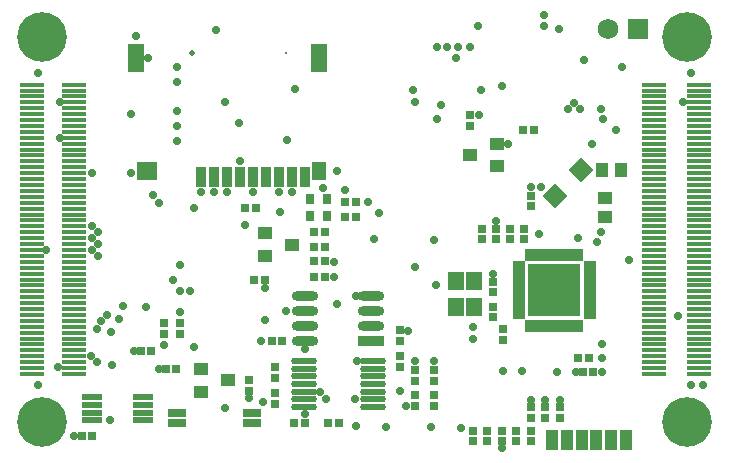
<source format=gts>
%FSLAX44Y44*%
%MOMM*%
G71*
G01*
G75*
G04 Layer_Color=8388736*
%ADD10R,0.5000X0.6000*%
%ADD11R,1.0668X0.8128*%
%ADD12R,0.6000X0.5000*%
%ADD13R,0.8000X1.6000*%
%ADD14O,2.0320X0.6096*%
%ADD15R,2.0320X0.6096*%
%ADD16O,2.0000X0.3500*%
%ADD17R,1.5000X0.4000*%
G04:AMPARAMS|DCode=18|XSize=0.22mm|YSize=0.8mm|CornerRadius=0mm|HoleSize=0mm|Usage=FLASHONLY|Rotation=90.000|XOffset=0mm|YOffset=0mm|HoleType=Round|Shape=RoundedRectangle|*
%AMROUNDEDRECTD18*
21,1,0.2200,0.8000,0,0,90.0*
21,1,0.2200,0.8000,0,0,90.0*
1,1,0.0000,0.4000,0.1100*
1,1,0.0000,0.4000,-0.1100*
1,1,0.0000,-0.4000,-0.1100*
1,1,0.0000,-0.4000,0.1100*
%
%ADD18ROUNDEDRECTD18*%
G04:AMPARAMS|DCode=19|XSize=0.22mm|YSize=0.8mm|CornerRadius=0mm|HoleSize=0mm|Usage=FLASHONLY|Rotation=0.000|XOffset=0mm|YOffset=0mm|HoleType=Round|Shape=RoundedRectangle|*
%AMROUNDEDRECTD19*
21,1,0.2200,0.8000,0,0,0.0*
21,1,0.2200,0.8000,0,0,0.0*
1,1,0.0000,0.1100,-0.4000*
1,1,0.0000,-0.1100,-0.4000*
1,1,0.0000,-0.1100,0.4000*
1,1,0.0000,0.1100,0.4000*
%
%ADD19ROUNDEDRECTD19*%
%ADD20R,4.3000X4.3000*%
%ADD21R,1.4000X0.6000*%
%ADD22R,1.8000X0.2500*%
%ADD23R,1.2000X2.2000*%
%ADD24R,1.6000X1.4000*%
%ADD25R,1.1000X1.4000*%
%ADD26R,0.7000X1.6000*%
%ADD27R,0.6000X0.7000*%
%ADD28R,1.2000X1.4000*%
%ADD29P,1.8385X4X90.0*%
%ADD30R,0.8890X1.0160*%
%ADD31R,1.0160X0.8890*%
%ADD32C,0.4000*%
%ADD33C,0.2000*%
%ADD34C,0.3000*%
%ADD35C,0.2540*%
%ADD36C,0.1270*%
%ADD37C,0.5000*%
%ADD38C,0.6000*%
%ADD39C,0.5000*%
%ADD40C,0.3000*%
G04:AMPARAMS|DCode=41|XSize=4mm|YSize=4mm|CornerRadius=2mm|HoleSize=0mm|Usage=FLASHONLY|Rotation=0.000|XOffset=0mm|YOffset=0mm|HoleType=Round|Shape=RoundedRectangle|*
%AMROUNDEDRECTD41*
21,1,4.0000,0.0000,0,0,0.0*
21,1,0.0000,4.0000,0,0,0.0*
1,1,4.0000,0.0000,0.0000*
1,1,4.0000,0.0000,0.0000*
1,1,4.0000,0.0000,0.0000*
1,1,4.0000,0.0000,0.0000*
%
%ADD41ROUNDEDRECTD41*%
%ADD42R,1.5240X1.5240*%
%ADD43C,1.5240*%
%ADD44C,0.8000*%
%ADD45R,0.8128X1.0668*%
%ADD46P,1.8385X4X180.0*%
%ADD47R,1.3970X1.3970*%
%ADD48R,2.1000X0.8000*%
%ADD49R,3.0000X2.1000*%
%ADD50R,1.6000X1.2000*%
%ADD51R,1.2000X1.8000*%
%ADD52R,1.0000X1.6000*%
%ADD53R,0.7500X0.2000*%
%ADD54R,0.2000X0.7500*%
%ADD55C,0.8000*%
%ADD56R,0.4064X0.5500*%
%ADD57R,0.3048X0.5500*%
%ADD58R,0.8128X0.8128*%
%ADD59R,1.6000X2.2000*%
G04:AMPARAMS|DCode=60|XSize=2mm|YSize=2mm|CornerRadius=0mm|HoleSize=0mm|Usage=FLASHONLY|Rotation=180.000|XOffset=0mm|YOffset=0mm|HoleType=Round|Shape=RoundedRectangle|*
%AMROUNDEDRECTD60*
21,1,2.0000,2.0000,0,0,180.0*
21,1,2.0000,2.0000,0,0,180.0*
1,1,0.0000,-1.0000,1.0000*
1,1,0.0000,1.0000,1.0000*
1,1,0.0000,1.0000,-1.0000*
1,1,0.0000,-1.0000,-1.0000*
%
%ADD60ROUNDEDRECTD60*%
%ADD61R,0.8128X0.8128*%
%ADD62R,2.4130X2.1844*%
%ADD63R,1.1000X0.3000*%
%ADD64R,2.1500X6.3000*%
%ADD65R,1.2000X2.0000*%
%ADD66R,0.7000X0.6000*%
%ADD67R,0.8000X2.1000*%
%ADD68R,2.1000X3.0000*%
%ADD69R,1.1000X0.5000*%
%ADD70R,0.7600X1.5200*%
%ADD71C,0.1999*%
%ADD72C,0.1250*%
%ADD73C,0.2032*%
%ADD74C,0.1000*%
%ADD75C,0.1200*%
%ADD76R,0.7040X0.8040*%
%ADD77R,1.2708X1.0168*%
%ADD78R,0.8040X0.7040*%
%ADD79R,1.0040X1.8040*%
%ADD80O,2.2360X0.8136*%
%ADD81R,2.2360X0.8136*%
%ADD82O,2.2040X0.5540*%
%ADD83R,1.7040X0.6040*%
G04:AMPARAMS|DCode=84|XSize=0.424mm|YSize=1.004mm|CornerRadius=0mm|HoleSize=0mm|Usage=FLASHONLY|Rotation=90.000|XOffset=0mm|YOffset=0mm|HoleType=Round|Shape=RoundedRectangle|*
%AMROUNDEDRECTD84*
21,1,0.4240,1.0040,0,0,90.0*
21,1,0.4240,1.0040,0,0,90.0*
1,1,0.0000,0.5020,0.2120*
1,1,0.0000,0.5020,-0.2120*
1,1,0.0000,-0.5020,-0.2120*
1,1,0.0000,-0.5020,0.2120*
%
%ADD84ROUNDEDRECTD84*%
G04:AMPARAMS|DCode=85|XSize=0.424mm|YSize=1.004mm|CornerRadius=0mm|HoleSize=0mm|Usage=FLASHONLY|Rotation=0.000|XOffset=0mm|YOffset=0mm|HoleType=Round|Shape=RoundedRectangle|*
%AMROUNDEDRECTD85*
21,1,0.4240,1.0040,0,0,0.0*
21,1,0.4240,1.0040,0,0,0.0*
1,1,0.0000,0.2120,-0.5020*
1,1,0.0000,-0.2120,-0.5020*
1,1,0.0000,-0.2120,0.5020*
1,1,0.0000,0.2120,0.5020*
%
%ADD85ROUNDEDRECTD85*%
%ADD86R,4.5040X4.5040*%
%ADD87R,1.6040X0.8040*%
%ADD88R,2.0040X0.4540*%
%ADD89R,1.4040X2.4040*%
%ADD90R,1.8040X1.6040*%
%ADD91R,1.3040X1.6040*%
%ADD92R,0.9040X1.8040*%
%ADD93R,0.8040X0.9040*%
%ADD94R,1.4040X1.6040*%
%ADD95P,2.1270X4X90.0*%
%ADD96R,1.0930X1.2200*%
%ADD97R,1.2200X1.0930*%
%ADD98C,0.7040*%
%ADD99C,0.5040*%
%ADD100C,0.2040*%
G04:AMPARAMS|DCode=101|XSize=4.204mm|YSize=4.204mm|CornerRadius=2.102mm|HoleSize=0mm|Usage=FLASHONLY|Rotation=0.000|XOffset=0mm|YOffset=0mm|HoleType=Round|Shape=RoundedRectangle|*
%AMROUNDEDRECTD101*
21,1,4.2040,0.0000,0,0,0.0*
21,1,0.0000,4.2040,0,0,0.0*
1,1,4.2040,0.0000,0.0000*
1,1,4.2040,0.0000,0.0000*
1,1,4.2040,0.0000,0.0000*
1,1,4.2040,0.0000,0.0000*
%
%ADD101ROUNDEDRECTD101*%
%ADD102R,1.7280X1.7280*%
%ADD103C,1.7280*%
D76*
X-42500Y-27187D02*
D03*
X-33500D02*
D03*
X193500Y-121000D02*
D03*
X184500D02*
D03*
X-21941Y-164000D02*
D03*
X-30941D02*
D03*
X-189500Y-103000D02*
D03*
X-180500D02*
D03*
X-168412Y-118412D02*
D03*
X-159411D02*
D03*
X-78691Y-94390D02*
D03*
X-69690D02*
D03*
X-239500Y-175000D02*
D03*
X-230500D02*
D03*
X-59500Y-164000D02*
D03*
X-50500D02*
D03*
X-84500Y-43000D02*
D03*
X-93500D02*
D03*
X-92000Y18000D02*
D03*
X-101000D02*
D03*
X-33500Y-2000D02*
D03*
X-42500D02*
D03*
X134500Y84000D02*
D03*
X143500D02*
D03*
X-33500Y-14690D02*
D03*
X-42500D02*
D03*
X181000Y-109000D02*
D03*
X190000D02*
D03*
X-33500Y-40000D02*
D03*
X-42500D02*
D03*
X-16323Y10510D02*
D03*
X-7323D02*
D03*
Y23010D02*
D03*
X-16323D02*
D03*
D77*
X-84544Y-3411D02*
D03*
Y-22487D02*
D03*
X-61608Y-12949D02*
D03*
X-138544Y-118412D02*
D03*
Y-137487D02*
D03*
X-115608Y-127949D02*
D03*
X89528Y62949D02*
D03*
X112464Y72487D02*
D03*
Y53411D02*
D03*
D78*
X141000Y28500D02*
D03*
Y19500D02*
D03*
X99000Y500D02*
D03*
Y-8500D02*
D03*
X42730Y-140270D02*
D03*
Y-149270D02*
D03*
X29982Y-116515D02*
D03*
Y-107515D02*
D03*
X-170000Y-88500D02*
D03*
Y-79500D02*
D03*
X141270Y-179500D02*
D03*
Y-170500D02*
D03*
X-76000Y-147500D02*
D03*
Y-138500D02*
D03*
X89000Y87500D02*
D03*
Y96500D02*
D03*
X123000Y-8500D02*
D03*
Y500D02*
D03*
X165270Y-150730D02*
D03*
Y-159730D02*
D03*
X141270Y-150730D02*
D03*
Y-159730D02*
D03*
X-76000Y-116500D02*
D03*
Y-125500D02*
D03*
X92000Y-170500D02*
D03*
Y-179500D02*
D03*
X104000D02*
D03*
Y-170500D02*
D03*
X116000D02*
D03*
Y-179500D02*
D03*
X128000D02*
D03*
Y-170500D02*
D03*
X153000Y-150730D02*
D03*
Y-159730D02*
D03*
X111000Y-8500D02*
D03*
Y500D02*
D03*
X135000Y-8500D02*
D03*
Y500D02*
D03*
X117000Y-93500D02*
D03*
Y-84500D02*
D03*
X109000Y-44500D02*
D03*
Y-53500D02*
D03*
Y-74500D02*
D03*
Y-65500D02*
D03*
X42730Y-128270D02*
D03*
Y-119270D02*
D03*
X58730Y-128270D02*
D03*
Y-119270D02*
D03*
Y-140270D02*
D03*
Y-149270D02*
D03*
X30000Y-85500D02*
D03*
Y-94500D02*
D03*
X-98000Y-136500D02*
D03*
Y-127500D02*
D03*
X-156000Y-79500D02*
D03*
Y-88500D02*
D03*
D79*
X221250Y-178000D02*
D03*
X208750D02*
D03*
X196250D02*
D03*
X183750D02*
D03*
X171250D02*
D03*
X158750D02*
D03*
D80*
X-50080Y-94390D02*
D03*
Y-81691D02*
D03*
Y-68991D02*
D03*
Y-56290D02*
D03*
X5800D02*
D03*
Y-68991D02*
D03*
Y-81691D02*
D03*
D81*
Y-94390D02*
D03*
D82*
X-51319Y-111500D02*
D03*
Y-118000D02*
D03*
Y-124500D02*
D03*
Y-131000D02*
D03*
Y-137500D02*
D03*
Y-144000D02*
D03*
Y-150500D02*
D03*
X6681Y-111500D02*
D03*
Y-118000D02*
D03*
Y-124500D02*
D03*
Y-131000D02*
D03*
Y-137500D02*
D03*
Y-144000D02*
D03*
Y-150500D02*
D03*
D83*
X-187500Y-161750D02*
D03*
Y-155250D02*
D03*
Y-148750D02*
D03*
Y-142250D02*
D03*
X-230500D02*
D03*
Y-148750D02*
D03*
Y-155250D02*
D03*
Y-161750D02*
D03*
D84*
X130678Y-49494D02*
D03*
Y-53494D02*
D03*
Y-57494D02*
D03*
Y-45494D02*
D03*
Y-41494D02*
D03*
Y-37494D02*
D03*
Y-33494D02*
D03*
Y-29494D02*
D03*
Y-61494D02*
D03*
Y-65494D02*
D03*
Y-73494D02*
D03*
Y-69494D02*
D03*
X190678Y-33495D02*
D03*
Y-29495D02*
D03*
Y-37494D02*
D03*
Y-41494D02*
D03*
Y-73494D02*
D03*
Y-69494D02*
D03*
Y-65494D02*
D03*
Y-61494D02*
D03*
Y-57494D02*
D03*
Y-45494D02*
D03*
Y-49495D02*
D03*
Y-53495D02*
D03*
D85*
X162678Y-21494D02*
D03*
X158678D02*
D03*
X154678D02*
D03*
X166678D02*
D03*
X170678D02*
D03*
X174678D02*
D03*
X178678D02*
D03*
X182678D02*
D03*
X150678D02*
D03*
X146678D02*
D03*
X138678D02*
D03*
X142678D02*
D03*
X182678Y-81495D02*
D03*
X178678D02*
D03*
X174678D02*
D03*
X170678D02*
D03*
X166678D02*
D03*
X138678D02*
D03*
X142678D02*
D03*
X146678D02*
D03*
X150678D02*
D03*
X154678D02*
D03*
X158678D02*
D03*
X162678D02*
D03*
D86*
X160678Y-51494D02*
D03*
D87*
X-158500Y-155800D02*
D03*
X-95500D02*
D03*
Y-164200D02*
D03*
X-158500D02*
D03*
D88*
X244700Y2500D02*
D03*
X282700D02*
D03*
Y7500D02*
D03*
X244700D02*
D03*
X282700Y12500D02*
D03*
X244700D02*
D03*
X282700Y17500D02*
D03*
X244700D02*
D03*
X282700Y22500D02*
D03*
X244700D02*
D03*
X282700Y27500D02*
D03*
X244700D02*
D03*
X282700Y32500D02*
D03*
X244700D02*
D03*
X282700Y37500D02*
D03*
X244700D02*
D03*
Y-2500D02*
D03*
X282700D02*
D03*
X244700Y-7500D02*
D03*
X282700D02*
D03*
X244700Y-12500D02*
D03*
X282700D02*
D03*
X244700Y-17500D02*
D03*
X282700D02*
D03*
X244700Y-22500D02*
D03*
X282700D02*
D03*
X244700Y-27500D02*
D03*
X282700D02*
D03*
X244700Y-32500D02*
D03*
X282700D02*
D03*
Y-37500D02*
D03*
X244700D02*
D03*
Y-122500D02*
D03*
X282700D02*
D03*
X244700Y-117500D02*
D03*
X282700D02*
D03*
Y-112500D02*
D03*
X244700D02*
D03*
X282700Y-107500D02*
D03*
X244700D02*
D03*
X282700Y-102500D02*
D03*
X244700D02*
D03*
X282700Y-97500D02*
D03*
X244700D02*
D03*
X282700Y-92500D02*
D03*
X244700D02*
D03*
X282700Y-87500D02*
D03*
X244700D02*
D03*
X282700Y-82500D02*
D03*
X244700D02*
D03*
Y-42500D02*
D03*
X282700D02*
D03*
X244700Y-47500D02*
D03*
X282700D02*
D03*
X244700Y-52500D02*
D03*
X282700D02*
D03*
X244700Y-57500D02*
D03*
X282700D02*
D03*
X244700Y-62500D02*
D03*
X282700D02*
D03*
X244700Y-67500D02*
D03*
X282700D02*
D03*
X244700Y-72500D02*
D03*
X282700D02*
D03*
Y-77500D02*
D03*
X244700D02*
D03*
Y72500D02*
D03*
X282700D02*
D03*
Y77500D02*
D03*
X244700D02*
D03*
X282700Y82500D02*
D03*
X244700D02*
D03*
X282700Y87500D02*
D03*
X244700D02*
D03*
X282700Y92500D02*
D03*
X244700D02*
D03*
X282700Y97500D02*
D03*
X244700D02*
D03*
X282700Y102500D02*
D03*
X244700D02*
D03*
X282700Y107500D02*
D03*
X244700D02*
D03*
Y67500D02*
D03*
X282700D02*
D03*
X244700Y62500D02*
D03*
X282700D02*
D03*
X244700Y57500D02*
D03*
X282700D02*
D03*
X244700Y52500D02*
D03*
X282700D02*
D03*
X244700Y47500D02*
D03*
X282700D02*
D03*
X244700Y42500D02*
D03*
X282700D02*
D03*
X244700Y112500D02*
D03*
X282700D02*
D03*
Y117500D02*
D03*
X244700D02*
D03*
X282700Y122500D02*
D03*
X244700D02*
D03*
X-245700Y2500D02*
D03*
Y7500D02*
D03*
Y12500D02*
D03*
Y17500D02*
D03*
Y22500D02*
D03*
Y27500D02*
D03*
Y32500D02*
D03*
Y37500D02*
D03*
Y-2500D02*
D03*
Y-7500D02*
D03*
Y-12500D02*
D03*
Y-17500D02*
D03*
Y-22500D02*
D03*
Y-27500D02*
D03*
Y-32500D02*
D03*
Y-37500D02*
D03*
Y-122500D02*
D03*
Y-117500D02*
D03*
Y-112500D02*
D03*
Y-107500D02*
D03*
Y-102500D02*
D03*
Y-97500D02*
D03*
Y-92500D02*
D03*
Y-87500D02*
D03*
Y-82500D02*
D03*
Y-42500D02*
D03*
Y-47500D02*
D03*
Y-52500D02*
D03*
Y-57500D02*
D03*
Y-62500D02*
D03*
Y-67500D02*
D03*
Y-72500D02*
D03*
Y-77500D02*
D03*
Y72500D02*
D03*
Y77500D02*
D03*
Y82500D02*
D03*
Y87500D02*
D03*
Y92500D02*
D03*
Y97500D02*
D03*
Y102500D02*
D03*
Y107500D02*
D03*
Y67500D02*
D03*
Y62500D02*
D03*
Y57500D02*
D03*
Y52500D02*
D03*
Y47500D02*
D03*
Y42500D02*
D03*
Y112500D02*
D03*
Y117500D02*
D03*
Y122500D02*
D03*
X-281700D02*
D03*
Y117500D02*
D03*
Y112500D02*
D03*
Y42500D02*
D03*
Y47500D02*
D03*
Y52500D02*
D03*
Y57500D02*
D03*
Y62500D02*
D03*
Y67500D02*
D03*
Y107500D02*
D03*
Y102500D02*
D03*
Y97500D02*
D03*
Y92500D02*
D03*
Y87500D02*
D03*
Y82500D02*
D03*
Y77500D02*
D03*
Y72500D02*
D03*
Y-77500D02*
D03*
Y-72500D02*
D03*
Y-67500D02*
D03*
Y-62500D02*
D03*
Y-57500D02*
D03*
Y-52500D02*
D03*
Y-47500D02*
D03*
Y-42500D02*
D03*
Y-82500D02*
D03*
Y-87500D02*
D03*
Y-92500D02*
D03*
Y-97500D02*
D03*
Y-102500D02*
D03*
Y-107500D02*
D03*
Y-112500D02*
D03*
Y-117500D02*
D03*
Y-122500D02*
D03*
Y-37500D02*
D03*
Y-32500D02*
D03*
Y-27500D02*
D03*
Y-22500D02*
D03*
Y-17500D02*
D03*
Y-12500D02*
D03*
Y-7500D02*
D03*
Y-2500D02*
D03*
Y37500D02*
D03*
Y32500D02*
D03*
Y27500D02*
D03*
Y22500D02*
D03*
Y17500D02*
D03*
Y12500D02*
D03*
Y7500D02*
D03*
Y2500D02*
D03*
D89*
X-193626Y145198D02*
D03*
X-38539Y145201D02*
D03*
D90*
X-184616Y49201D02*
D03*
D91*
X-38596Y49111D02*
D03*
D92*
X-138659Y44118D02*
D03*
X-127606D02*
D03*
X-116646D02*
D03*
X-105630D02*
D03*
X-94590D02*
D03*
X-83623D02*
D03*
X-72656D02*
D03*
X-61606D02*
D03*
X-50653D02*
D03*
D93*
X-46100Y26000D02*
D03*
X-31900D02*
D03*
Y11000D02*
D03*
X-46100D02*
D03*
D94*
X92500Y-44000D02*
D03*
Y-66000D02*
D03*
X77500D02*
D03*
Y-44000D02*
D03*
D95*
X183000Y50000D02*
D03*
X161000Y28000D02*
D03*
D96*
X217001Y50000D02*
D03*
X200999D02*
D03*
D97*
X203810Y26271D02*
D03*
Y10269D02*
D03*
D98*
X276200Y132000D02*
D03*
Y-132000D02*
D03*
X-276200D02*
D03*
Y132000D02*
D03*
X151866Y171866D02*
D03*
X60600Y-47400D02*
D03*
X42500Y107500D02*
D03*
X77000Y145000D02*
D03*
X-185000Y-66000D02*
D03*
X182000Y102000D02*
D03*
X177000Y107000D02*
D03*
X172000Y102000D02*
D03*
X-197529Y47990D02*
D03*
X149000Y36000D02*
D03*
X-23740Y49260D02*
D03*
X164412Y169412D02*
D03*
X192524Y72476D02*
D03*
X109000Y-38000D02*
D03*
X186000Y143000D02*
D03*
X217633Y137795D02*
D03*
X121487Y72487D02*
D03*
X-258000Y77500D02*
D03*
X-269500Y-17500D02*
D03*
X-230500Y47500D02*
D03*
X42500Y-31500D02*
D03*
X116000Y121000D02*
D03*
X-258000Y107500D02*
D03*
X-246000Y-175000D02*
D03*
X-86000Y-146000D02*
D03*
X-23000Y-63000D02*
D03*
X-87610Y-94390D02*
D03*
X141000Y36000D02*
D03*
X98705Y117705D02*
D03*
X65000Y105000D02*
D03*
X61600Y93400D02*
D03*
X213000Y84000D02*
D03*
X202000Y93000D02*
D03*
X7655Y-8345D02*
D03*
X-144680Y17680D02*
D03*
X-125500Y168500D02*
D03*
X-35248Y35248D02*
D03*
X-147500Y-52500D02*
D03*
X-101000Y3631D02*
D03*
X-156000Y-52500D02*
D03*
X-84500Y-49500D02*
D03*
X-144680Y-100000D02*
D03*
X-118000Y-151000D02*
D03*
X29982Y-136982D02*
D03*
X-215250Y-161750D02*
D03*
X-193700Y163700D02*
D03*
X-183198Y145198D02*
D03*
X-159050Y124950D02*
D03*
X-106000Y90000D02*
D03*
X-66000Y76000D02*
D03*
X61000Y154000D02*
D03*
X70000D02*
D03*
X79000D02*
D03*
X89000D02*
D03*
X96500Y96500D02*
D03*
X286500Y-131500D02*
D03*
X265000Y-73000D02*
D03*
X35270Y-149270D02*
D03*
X-6819Y-111500D02*
D03*
X-33000Y-144000D02*
D03*
X-37819Y-137500D02*
D03*
X-138659Y31606D02*
D03*
X-162000Y-43000D02*
D03*
X-156196Y-30000D02*
D03*
X-127606Y31606D02*
D03*
X-116646D02*
D03*
X-94590D02*
D03*
X-72656D02*
D03*
X-61606D02*
D03*
X-72000Y14250D02*
D03*
X-50500Y-156000D02*
D03*
X-156000Y-69600D02*
D03*
X36434Y-86515D02*
D03*
X41000Y118000D02*
D03*
X-118500Y107843D02*
D03*
X-16323Y33000D02*
D03*
X-170080Y-97920D02*
D03*
X-195416Y-103000D02*
D03*
X-260000Y-117000D02*
D03*
X-50500Y-101340D02*
D03*
X-84500Y-76500D02*
D03*
X-26000Y-40000D02*
D03*
Y-27390D02*
D03*
X-98000Y-143000D02*
D03*
X-174326Y-118412D02*
D03*
X-226500Y-112500D02*
D03*
X-231500Y-107500D02*
D03*
X-214000Y-115000D02*
D03*
X-8500Y-144000D02*
D03*
X-7710Y-56290D02*
D03*
X162565Y-120980D02*
D03*
X58730Y-111770D02*
D03*
X42730D02*
D03*
X-59000Y119000D02*
D03*
X-159050Y137450D02*
D03*
X-179000Y29000D02*
D03*
X-174000Y22000D02*
D03*
X-198000Y97500D02*
D03*
X-227000Y-84000D02*
D03*
X-159050Y74550D02*
D03*
Y87050D02*
D03*
Y99750D02*
D03*
X-207636Y-76000D02*
D03*
X-205000Y-65000D02*
D03*
X-215000Y-87000D02*
D03*
X-67000Y-69000D02*
D03*
X200000Y102000D02*
D03*
X269500Y107500D02*
D03*
X58350Y-8650D02*
D03*
X95634Y172366D02*
D03*
X111000Y7000D02*
D03*
X116000Y-185000D02*
D03*
X151980Y181366D02*
D03*
X-7461Y-166461D02*
D03*
X17939Y-167061D02*
D03*
X56039Y-167039D02*
D03*
X81422Y-168064D02*
D03*
X201000Y-121000D02*
D03*
X-230500Y-17500D02*
D03*
X-225500Y-22500D02*
D03*
Y-12500D02*
D03*
X-230500Y-7500D02*
D03*
X-225500Y-2500D02*
D03*
X-230500Y2500D02*
D03*
X-218000Y-72500D02*
D03*
X-223000Y-77500D02*
D03*
X148000Y-3569D02*
D03*
X181000Y-7340D02*
D03*
X224000Y-26000D02*
D03*
X197000Y-11000D02*
D03*
X200000Y-2680D02*
D03*
X165000Y-144124D02*
D03*
X153000D02*
D03*
X141270Y-144230D02*
D03*
X201000Y-109000D02*
D03*
X179000Y-121000D02*
D03*
X201000Y-97000D02*
D03*
X133000Y-120000D02*
D03*
X117000D02*
D03*
X-105630Y58000D02*
D03*
X92011Y-93000D02*
D03*
X92000Y-83000D02*
D03*
X12000Y14000D02*
D03*
X2892Y23010D02*
D03*
D99*
X-146563Y149244D02*
D03*
D100*
X-66676Y149208D02*
D03*
D101*
X-273000Y163000D02*
D03*
Y-163000D02*
D03*
X273000D02*
D03*
Y163000D02*
D03*
D102*
X231700Y170000D02*
D03*
D103*
X206300D02*
D03*
M02*

</source>
